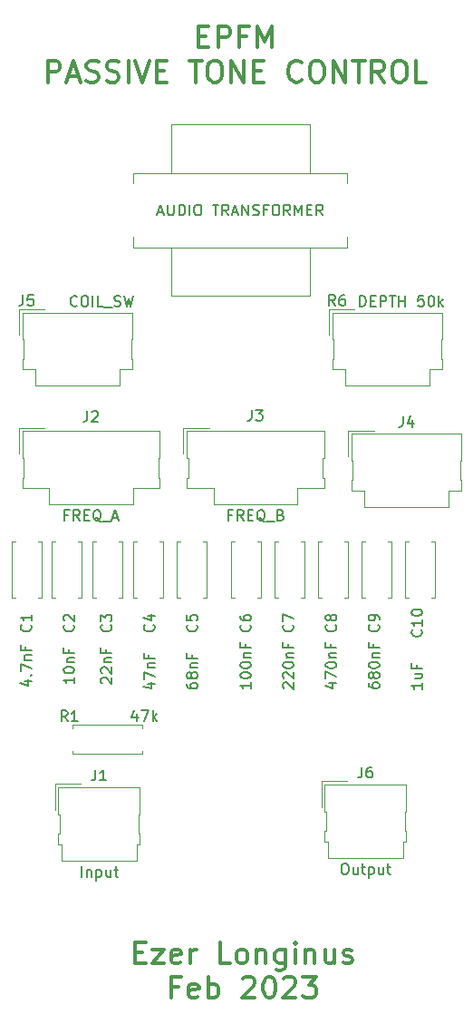
<source format=gbr>
%TF.GenerationSoftware,KiCad,Pcbnew,(6.0.7)*%
%TF.CreationDate,2023-02-23T21:55:11-05:00*%
%TF.ProjectId,PASS_TONE_CTRL,50415353-5f54-44f4-9e45-5f4354524c2e,rev?*%
%TF.SameCoordinates,Original*%
%TF.FileFunction,Legend,Top*%
%TF.FilePolarity,Positive*%
%FSLAX46Y46*%
G04 Gerber Fmt 4.6, Leading zero omitted, Abs format (unit mm)*
G04 Created by KiCad (PCBNEW (6.0.7)) date 2023-02-23 21:55:11*
%MOMM*%
%LPD*%
G01*
G04 APERTURE LIST*
%ADD10C,0.300000*%
%ADD11C,0.150000*%
%ADD12C,0.120000*%
G04 APERTURE END LIST*
D10*
X122071428Y-46747142D02*
X122738095Y-46747142D01*
X123023809Y-47794761D02*
X122071428Y-47794761D01*
X122071428Y-45794761D01*
X123023809Y-45794761D01*
X123880952Y-47794761D02*
X123880952Y-45794761D01*
X124642857Y-45794761D01*
X124833333Y-45890000D01*
X124928571Y-45985238D01*
X125023809Y-46175714D01*
X125023809Y-46461428D01*
X124928571Y-46651904D01*
X124833333Y-46747142D01*
X124642857Y-46842380D01*
X123880952Y-46842380D01*
X126547619Y-46747142D02*
X125880952Y-46747142D01*
X125880952Y-47794761D02*
X125880952Y-45794761D01*
X126833333Y-45794761D01*
X127595238Y-47794761D02*
X127595238Y-45794761D01*
X128261904Y-47223333D01*
X128928571Y-45794761D01*
X128928571Y-47794761D01*
X107976190Y-51014761D02*
X107976190Y-49014761D01*
X108738095Y-49014761D01*
X108928571Y-49110000D01*
X109023809Y-49205238D01*
X109119047Y-49395714D01*
X109119047Y-49681428D01*
X109023809Y-49871904D01*
X108928571Y-49967142D01*
X108738095Y-50062380D01*
X107976190Y-50062380D01*
X109880952Y-50443333D02*
X110833333Y-50443333D01*
X109690476Y-51014761D02*
X110357142Y-49014761D01*
X111023809Y-51014761D01*
X111595238Y-50919523D02*
X111880952Y-51014761D01*
X112357142Y-51014761D01*
X112547619Y-50919523D01*
X112642857Y-50824285D01*
X112738095Y-50633809D01*
X112738095Y-50443333D01*
X112642857Y-50252857D01*
X112547619Y-50157619D01*
X112357142Y-50062380D01*
X111976190Y-49967142D01*
X111785714Y-49871904D01*
X111690476Y-49776666D01*
X111595238Y-49586190D01*
X111595238Y-49395714D01*
X111690476Y-49205238D01*
X111785714Y-49110000D01*
X111976190Y-49014761D01*
X112452380Y-49014761D01*
X112738095Y-49110000D01*
X113500000Y-50919523D02*
X113785714Y-51014761D01*
X114261904Y-51014761D01*
X114452380Y-50919523D01*
X114547619Y-50824285D01*
X114642857Y-50633809D01*
X114642857Y-50443333D01*
X114547619Y-50252857D01*
X114452380Y-50157619D01*
X114261904Y-50062380D01*
X113880952Y-49967142D01*
X113690476Y-49871904D01*
X113595238Y-49776666D01*
X113500000Y-49586190D01*
X113500000Y-49395714D01*
X113595238Y-49205238D01*
X113690476Y-49110000D01*
X113880952Y-49014761D01*
X114357142Y-49014761D01*
X114642857Y-49110000D01*
X115500000Y-51014761D02*
X115500000Y-49014761D01*
X116166666Y-49014761D02*
X116833333Y-51014761D01*
X117500000Y-49014761D01*
X118166666Y-49967142D02*
X118833333Y-49967142D01*
X119119047Y-51014761D02*
X118166666Y-51014761D01*
X118166666Y-49014761D01*
X119119047Y-49014761D01*
X121214285Y-49014761D02*
X122357142Y-49014761D01*
X121785714Y-51014761D02*
X121785714Y-49014761D01*
X123404761Y-49014761D02*
X123785714Y-49014761D01*
X123976190Y-49110000D01*
X124166666Y-49300476D01*
X124261904Y-49681428D01*
X124261904Y-50348095D01*
X124166666Y-50729047D01*
X123976190Y-50919523D01*
X123785714Y-51014761D01*
X123404761Y-51014761D01*
X123214285Y-50919523D01*
X123023809Y-50729047D01*
X122928571Y-50348095D01*
X122928571Y-49681428D01*
X123023809Y-49300476D01*
X123214285Y-49110000D01*
X123404761Y-49014761D01*
X125119047Y-51014761D02*
X125119047Y-49014761D01*
X126261904Y-51014761D01*
X126261904Y-49014761D01*
X127214285Y-49967142D02*
X127880952Y-49967142D01*
X128166666Y-51014761D02*
X127214285Y-51014761D01*
X127214285Y-49014761D01*
X128166666Y-49014761D01*
X131690476Y-50824285D02*
X131595238Y-50919523D01*
X131309523Y-51014761D01*
X131119047Y-51014761D01*
X130833333Y-50919523D01*
X130642857Y-50729047D01*
X130547619Y-50538571D01*
X130452380Y-50157619D01*
X130452380Y-49871904D01*
X130547619Y-49490952D01*
X130642857Y-49300476D01*
X130833333Y-49110000D01*
X131119047Y-49014761D01*
X131309523Y-49014761D01*
X131595238Y-49110000D01*
X131690476Y-49205238D01*
X132928571Y-49014761D02*
X133309523Y-49014761D01*
X133500000Y-49110000D01*
X133690476Y-49300476D01*
X133785714Y-49681428D01*
X133785714Y-50348095D01*
X133690476Y-50729047D01*
X133500000Y-50919523D01*
X133309523Y-51014761D01*
X132928571Y-51014761D01*
X132738095Y-50919523D01*
X132547619Y-50729047D01*
X132452380Y-50348095D01*
X132452380Y-49681428D01*
X132547619Y-49300476D01*
X132738095Y-49110000D01*
X132928571Y-49014761D01*
X134642857Y-51014761D02*
X134642857Y-49014761D01*
X135785714Y-51014761D01*
X135785714Y-49014761D01*
X136452380Y-49014761D02*
X137595238Y-49014761D01*
X137023809Y-51014761D02*
X137023809Y-49014761D01*
X139404761Y-51014761D02*
X138738095Y-50062380D01*
X138261904Y-51014761D02*
X138261904Y-49014761D01*
X139023809Y-49014761D01*
X139214285Y-49110000D01*
X139309523Y-49205238D01*
X139404761Y-49395714D01*
X139404761Y-49681428D01*
X139309523Y-49871904D01*
X139214285Y-49967142D01*
X139023809Y-50062380D01*
X138261904Y-50062380D01*
X140642857Y-49014761D02*
X141023809Y-49014761D01*
X141214285Y-49110000D01*
X141404761Y-49300476D01*
X141500000Y-49681428D01*
X141500000Y-50348095D01*
X141404761Y-50729047D01*
X141214285Y-50919523D01*
X141023809Y-51014761D01*
X140642857Y-51014761D01*
X140452380Y-50919523D01*
X140261904Y-50729047D01*
X140166666Y-50348095D01*
X140166666Y-49681428D01*
X140261904Y-49300476D01*
X140452380Y-49110000D01*
X140642857Y-49014761D01*
X143309523Y-51014761D02*
X142357142Y-51014761D01*
X142357142Y-49014761D01*
X116154761Y-132247142D02*
X116821428Y-132247142D01*
X117107142Y-133294761D02*
X116154761Y-133294761D01*
X116154761Y-131294761D01*
X117107142Y-131294761D01*
X117773809Y-131961428D02*
X118821428Y-131961428D01*
X117773809Y-133294761D01*
X118821428Y-133294761D01*
X120345238Y-133199523D02*
X120154761Y-133294761D01*
X119773809Y-133294761D01*
X119583333Y-133199523D01*
X119488095Y-133009047D01*
X119488095Y-132247142D01*
X119583333Y-132056666D01*
X119773809Y-131961428D01*
X120154761Y-131961428D01*
X120345238Y-132056666D01*
X120440476Y-132247142D01*
X120440476Y-132437619D01*
X119488095Y-132628095D01*
X121297619Y-133294761D02*
X121297619Y-131961428D01*
X121297619Y-132342380D02*
X121392857Y-132151904D01*
X121488095Y-132056666D01*
X121678571Y-131961428D01*
X121869047Y-131961428D01*
X125011904Y-133294761D02*
X124059523Y-133294761D01*
X124059523Y-131294761D01*
X125964285Y-133294761D02*
X125773809Y-133199523D01*
X125678571Y-133104285D01*
X125583333Y-132913809D01*
X125583333Y-132342380D01*
X125678571Y-132151904D01*
X125773809Y-132056666D01*
X125964285Y-131961428D01*
X126250000Y-131961428D01*
X126440476Y-132056666D01*
X126535714Y-132151904D01*
X126630952Y-132342380D01*
X126630952Y-132913809D01*
X126535714Y-133104285D01*
X126440476Y-133199523D01*
X126250000Y-133294761D01*
X125964285Y-133294761D01*
X127488095Y-131961428D02*
X127488095Y-133294761D01*
X127488095Y-132151904D02*
X127583333Y-132056666D01*
X127773809Y-131961428D01*
X128059523Y-131961428D01*
X128250000Y-132056666D01*
X128345238Y-132247142D01*
X128345238Y-133294761D01*
X130154761Y-131961428D02*
X130154761Y-133580476D01*
X130059523Y-133770952D01*
X129964285Y-133866190D01*
X129773809Y-133961428D01*
X129488095Y-133961428D01*
X129297619Y-133866190D01*
X130154761Y-133199523D02*
X129964285Y-133294761D01*
X129583333Y-133294761D01*
X129392857Y-133199523D01*
X129297619Y-133104285D01*
X129202380Y-132913809D01*
X129202380Y-132342380D01*
X129297619Y-132151904D01*
X129392857Y-132056666D01*
X129583333Y-131961428D01*
X129964285Y-131961428D01*
X130154761Y-132056666D01*
X131107142Y-133294761D02*
X131107142Y-131961428D01*
X131107142Y-131294761D02*
X131011904Y-131390000D01*
X131107142Y-131485238D01*
X131202380Y-131390000D01*
X131107142Y-131294761D01*
X131107142Y-131485238D01*
X132059523Y-131961428D02*
X132059523Y-133294761D01*
X132059523Y-132151904D02*
X132154761Y-132056666D01*
X132345238Y-131961428D01*
X132630952Y-131961428D01*
X132821428Y-132056666D01*
X132916666Y-132247142D01*
X132916666Y-133294761D01*
X134726190Y-131961428D02*
X134726190Y-133294761D01*
X133869047Y-131961428D02*
X133869047Y-133009047D01*
X133964285Y-133199523D01*
X134154761Y-133294761D01*
X134440476Y-133294761D01*
X134630952Y-133199523D01*
X134726190Y-133104285D01*
X135583333Y-133199523D02*
X135773809Y-133294761D01*
X136154761Y-133294761D01*
X136345238Y-133199523D01*
X136440476Y-133009047D01*
X136440476Y-132913809D01*
X136345238Y-132723333D01*
X136154761Y-132628095D01*
X135869047Y-132628095D01*
X135678571Y-132532857D01*
X135583333Y-132342380D01*
X135583333Y-132247142D01*
X135678571Y-132056666D01*
X135869047Y-131961428D01*
X136154761Y-131961428D01*
X136345238Y-132056666D01*
X120202380Y-135467142D02*
X119535714Y-135467142D01*
X119535714Y-136514761D02*
X119535714Y-134514761D01*
X120488095Y-134514761D01*
X122011904Y-136419523D02*
X121821428Y-136514761D01*
X121440476Y-136514761D01*
X121250000Y-136419523D01*
X121154761Y-136229047D01*
X121154761Y-135467142D01*
X121250000Y-135276666D01*
X121440476Y-135181428D01*
X121821428Y-135181428D01*
X122011904Y-135276666D01*
X122107142Y-135467142D01*
X122107142Y-135657619D01*
X121154761Y-135848095D01*
X122964285Y-136514761D02*
X122964285Y-134514761D01*
X122964285Y-135276666D02*
X123154761Y-135181428D01*
X123535714Y-135181428D01*
X123726190Y-135276666D01*
X123821428Y-135371904D01*
X123916666Y-135562380D01*
X123916666Y-136133809D01*
X123821428Y-136324285D01*
X123726190Y-136419523D01*
X123535714Y-136514761D01*
X123154761Y-136514761D01*
X122964285Y-136419523D01*
X126202380Y-134705238D02*
X126297619Y-134610000D01*
X126488095Y-134514761D01*
X126964285Y-134514761D01*
X127154761Y-134610000D01*
X127250000Y-134705238D01*
X127345238Y-134895714D01*
X127345238Y-135086190D01*
X127250000Y-135371904D01*
X126107142Y-136514761D01*
X127345238Y-136514761D01*
X128583333Y-134514761D02*
X128773809Y-134514761D01*
X128964285Y-134610000D01*
X129059523Y-134705238D01*
X129154761Y-134895714D01*
X129250000Y-135276666D01*
X129250000Y-135752857D01*
X129154761Y-136133809D01*
X129059523Y-136324285D01*
X128964285Y-136419523D01*
X128773809Y-136514761D01*
X128583333Y-136514761D01*
X128392857Y-136419523D01*
X128297619Y-136324285D01*
X128202380Y-136133809D01*
X128107142Y-135752857D01*
X128107142Y-135276666D01*
X128202380Y-134895714D01*
X128297619Y-134705238D01*
X128392857Y-134610000D01*
X128583333Y-134514761D01*
X130011904Y-134705238D02*
X130107142Y-134610000D01*
X130297619Y-134514761D01*
X130773809Y-134514761D01*
X130964285Y-134610000D01*
X131059523Y-134705238D01*
X131154761Y-134895714D01*
X131154761Y-135086190D01*
X131059523Y-135371904D01*
X129916666Y-136514761D01*
X131154761Y-136514761D01*
X131821428Y-134514761D02*
X133059523Y-134514761D01*
X132392857Y-135276666D01*
X132678571Y-135276666D01*
X132869047Y-135371904D01*
X132964285Y-135467142D01*
X133059523Y-135657619D01*
X133059523Y-136133809D01*
X132964285Y-136324285D01*
X132869047Y-136419523D01*
X132678571Y-136514761D01*
X132107142Y-136514761D01*
X131916666Y-136419523D01*
X131821428Y-136324285D01*
D11*
%TO.C,R6*%
X134833333Y-71886380D02*
X134500000Y-71410190D01*
X134261904Y-71886380D02*
X134261904Y-70886380D01*
X134642857Y-70886380D01*
X134738095Y-70934000D01*
X134785714Y-70981619D01*
X134833333Y-71076857D01*
X134833333Y-71219714D01*
X134785714Y-71314952D01*
X134738095Y-71362571D01*
X134642857Y-71410190D01*
X134261904Y-71410190D01*
X135690476Y-70886380D02*
X135500000Y-70886380D01*
X135404761Y-70934000D01*
X135357142Y-70981619D01*
X135261904Y-71124476D01*
X135214285Y-71314952D01*
X135214285Y-71695904D01*
X135261904Y-71791142D01*
X135309523Y-71838761D01*
X135404761Y-71886380D01*
X135595238Y-71886380D01*
X135690476Y-71838761D01*
X135738095Y-71791142D01*
X135785714Y-71695904D01*
X135785714Y-71457809D01*
X135738095Y-71362571D01*
X135690476Y-71314952D01*
X135595238Y-71267333D01*
X135404761Y-71267333D01*
X135309523Y-71314952D01*
X135261904Y-71362571D01*
X135214285Y-71457809D01*
X137142857Y-71952380D02*
X137142857Y-70952380D01*
X137380952Y-70952380D01*
X137523809Y-71000000D01*
X137619047Y-71095238D01*
X137666666Y-71190476D01*
X137714285Y-71380952D01*
X137714285Y-71523809D01*
X137666666Y-71714285D01*
X137619047Y-71809523D01*
X137523809Y-71904761D01*
X137380952Y-71952380D01*
X137142857Y-71952380D01*
X138142857Y-71428571D02*
X138476190Y-71428571D01*
X138619047Y-71952380D02*
X138142857Y-71952380D01*
X138142857Y-70952380D01*
X138619047Y-70952380D01*
X139047619Y-71952380D02*
X139047619Y-70952380D01*
X139428571Y-70952380D01*
X139523809Y-71000000D01*
X139571428Y-71047619D01*
X139619047Y-71142857D01*
X139619047Y-71285714D01*
X139571428Y-71380952D01*
X139523809Y-71428571D01*
X139428571Y-71476190D01*
X139047619Y-71476190D01*
X139904761Y-70952380D02*
X140476190Y-70952380D01*
X140190476Y-71952380D02*
X140190476Y-70952380D01*
X140809523Y-71952380D02*
X140809523Y-70952380D01*
X140809523Y-71428571D02*
X141380952Y-71428571D01*
X141380952Y-71952380D02*
X141380952Y-70952380D01*
X143095238Y-70952380D02*
X142619047Y-70952380D01*
X142571428Y-71428571D01*
X142619047Y-71380952D01*
X142714285Y-71333333D01*
X142952380Y-71333333D01*
X143047619Y-71380952D01*
X143095238Y-71428571D01*
X143142857Y-71523809D01*
X143142857Y-71761904D01*
X143095238Y-71857142D01*
X143047619Y-71904761D01*
X142952380Y-71952380D01*
X142714285Y-71952380D01*
X142619047Y-71904761D01*
X142571428Y-71857142D01*
X143761904Y-70952380D02*
X143857142Y-70952380D01*
X143952380Y-71000000D01*
X144000000Y-71047619D01*
X144047619Y-71142857D01*
X144095238Y-71333333D01*
X144095238Y-71571428D01*
X144047619Y-71761904D01*
X144000000Y-71857142D01*
X143952380Y-71904761D01*
X143857142Y-71952380D01*
X143761904Y-71952380D01*
X143666666Y-71904761D01*
X143619047Y-71857142D01*
X143571428Y-71761904D01*
X143523809Y-71571428D01*
X143523809Y-71333333D01*
X143571428Y-71142857D01*
X143619047Y-71047619D01*
X143666666Y-71000000D01*
X143761904Y-70952380D01*
X144523809Y-71952380D02*
X144523809Y-70952380D01*
X144619047Y-71571428D02*
X144904761Y-71952380D01*
X144904761Y-71285714D02*
X144523809Y-71666666D01*
%TO.C,J5*%
X105666666Y-70886380D02*
X105666666Y-71600666D01*
X105619047Y-71743523D01*
X105523809Y-71838761D01*
X105380952Y-71886380D01*
X105285714Y-71886380D01*
X106619047Y-70886380D02*
X106142857Y-70886380D01*
X106095238Y-71362571D01*
X106142857Y-71314952D01*
X106238095Y-71267333D01*
X106476190Y-71267333D01*
X106571428Y-71314952D01*
X106619047Y-71362571D01*
X106666666Y-71457809D01*
X106666666Y-71695904D01*
X106619047Y-71791142D01*
X106571428Y-71838761D01*
X106476190Y-71886380D01*
X106238095Y-71886380D01*
X106142857Y-71838761D01*
X106095238Y-71791142D01*
X110714285Y-71857142D02*
X110666666Y-71904761D01*
X110523809Y-71952380D01*
X110428571Y-71952380D01*
X110285714Y-71904761D01*
X110190476Y-71809523D01*
X110142857Y-71714285D01*
X110095238Y-71523809D01*
X110095238Y-71380952D01*
X110142857Y-71190476D01*
X110190476Y-71095238D01*
X110285714Y-71000000D01*
X110428571Y-70952380D01*
X110523809Y-70952380D01*
X110666666Y-71000000D01*
X110714285Y-71047619D01*
X111333333Y-70952380D02*
X111523809Y-70952380D01*
X111619047Y-71000000D01*
X111714285Y-71095238D01*
X111761904Y-71285714D01*
X111761904Y-71619047D01*
X111714285Y-71809523D01*
X111619047Y-71904761D01*
X111523809Y-71952380D01*
X111333333Y-71952380D01*
X111238095Y-71904761D01*
X111142857Y-71809523D01*
X111095238Y-71619047D01*
X111095238Y-71285714D01*
X111142857Y-71095238D01*
X111238095Y-71000000D01*
X111333333Y-70952380D01*
X112190476Y-71952380D02*
X112190476Y-70952380D01*
X113142857Y-71952380D02*
X112666666Y-71952380D01*
X112666666Y-70952380D01*
X113238095Y-72047619D02*
X114000000Y-72047619D01*
X114190476Y-71904761D02*
X114333333Y-71952380D01*
X114571428Y-71952380D01*
X114666666Y-71904761D01*
X114714285Y-71857142D01*
X114761904Y-71761904D01*
X114761904Y-71666666D01*
X114714285Y-71571428D01*
X114666666Y-71523809D01*
X114571428Y-71476190D01*
X114380952Y-71428571D01*
X114285714Y-71380952D01*
X114238095Y-71333333D01*
X114190476Y-71238095D01*
X114190476Y-71142857D01*
X114238095Y-71047619D01*
X114285714Y-71000000D01*
X114380952Y-70952380D01*
X114619047Y-70952380D01*
X114761904Y-71000000D01*
X115095238Y-70952380D02*
X115333333Y-71952380D01*
X115523809Y-71238095D01*
X115714285Y-71952380D01*
X115952380Y-70952380D01*
%TO.C,C8*%
X134857142Y-101666666D02*
X134904761Y-101714285D01*
X134952380Y-101857142D01*
X134952380Y-101952380D01*
X134904761Y-102095238D01*
X134809523Y-102190476D01*
X134714285Y-102238095D01*
X134523809Y-102285714D01*
X134380952Y-102285714D01*
X134190476Y-102238095D01*
X134095238Y-102190476D01*
X134000000Y-102095238D01*
X133952380Y-101952380D01*
X133952380Y-101857142D01*
X134000000Y-101714285D01*
X134047619Y-101666666D01*
X134380952Y-101095238D02*
X134333333Y-101190476D01*
X134285714Y-101238095D01*
X134190476Y-101285714D01*
X134142857Y-101285714D01*
X134047619Y-101238095D01*
X134000000Y-101190476D01*
X133952380Y-101095238D01*
X133952380Y-100904761D01*
X134000000Y-100809523D01*
X134047619Y-100761904D01*
X134142857Y-100714285D01*
X134190476Y-100714285D01*
X134285714Y-100761904D01*
X134333333Y-100809523D01*
X134380952Y-100904761D01*
X134380952Y-101095238D01*
X134428571Y-101190476D01*
X134476190Y-101238095D01*
X134571428Y-101285714D01*
X134761904Y-101285714D01*
X134857142Y-101238095D01*
X134904761Y-101190476D01*
X134952380Y-101095238D01*
X134952380Y-100904761D01*
X134904761Y-100809523D01*
X134857142Y-100761904D01*
X134761904Y-100714285D01*
X134571428Y-100714285D01*
X134476190Y-100761904D01*
X134428571Y-100809523D01*
X134380952Y-100904761D01*
X134285714Y-107142857D02*
X134952380Y-107142857D01*
X133904761Y-107380952D02*
X134619047Y-107619047D01*
X134619047Y-107000000D01*
X133952380Y-106714285D02*
X133952380Y-106047619D01*
X134952380Y-106476190D01*
X133952380Y-105476190D02*
X133952380Y-105380952D01*
X134000000Y-105285714D01*
X134047619Y-105238095D01*
X134142857Y-105190476D01*
X134333333Y-105142857D01*
X134571428Y-105142857D01*
X134761904Y-105190476D01*
X134857142Y-105238095D01*
X134904761Y-105285714D01*
X134952380Y-105380952D01*
X134952380Y-105476190D01*
X134904761Y-105571428D01*
X134857142Y-105619047D01*
X134761904Y-105666666D01*
X134571428Y-105714285D01*
X134333333Y-105714285D01*
X134142857Y-105666666D01*
X134047619Y-105619047D01*
X134000000Y-105571428D01*
X133952380Y-105476190D01*
X134285714Y-104714285D02*
X134952380Y-104714285D01*
X134380952Y-104714285D02*
X134333333Y-104666666D01*
X134285714Y-104571428D01*
X134285714Y-104428571D01*
X134333333Y-104333333D01*
X134428571Y-104285714D01*
X134952380Y-104285714D01*
X134428571Y-103476190D02*
X134428571Y-103809523D01*
X134952380Y-103809523D02*
X133952380Y-103809523D01*
X133952380Y-103333333D01*
%TO.C,C7*%
X130857142Y-101666666D02*
X130904761Y-101714285D01*
X130952380Y-101857142D01*
X130952380Y-101952380D01*
X130904761Y-102095238D01*
X130809523Y-102190476D01*
X130714285Y-102238095D01*
X130523809Y-102285714D01*
X130380952Y-102285714D01*
X130190476Y-102238095D01*
X130095238Y-102190476D01*
X130000000Y-102095238D01*
X129952380Y-101952380D01*
X129952380Y-101857142D01*
X130000000Y-101714285D01*
X130047619Y-101666666D01*
X129952380Y-101333333D02*
X129952380Y-100666666D01*
X130952380Y-101095238D01*
X130047619Y-107619047D02*
X130000000Y-107571428D01*
X129952380Y-107476190D01*
X129952380Y-107238095D01*
X130000000Y-107142857D01*
X130047619Y-107095238D01*
X130142857Y-107047619D01*
X130238095Y-107047619D01*
X130380952Y-107095238D01*
X130952380Y-107666666D01*
X130952380Y-107047619D01*
X130047619Y-106666666D02*
X130000000Y-106619047D01*
X129952380Y-106523809D01*
X129952380Y-106285714D01*
X130000000Y-106190476D01*
X130047619Y-106142857D01*
X130142857Y-106095238D01*
X130238095Y-106095238D01*
X130380952Y-106142857D01*
X130952380Y-106714285D01*
X130952380Y-106095238D01*
X129952380Y-105476190D02*
X129952380Y-105380952D01*
X130000000Y-105285714D01*
X130047619Y-105238095D01*
X130142857Y-105190476D01*
X130333333Y-105142857D01*
X130571428Y-105142857D01*
X130761904Y-105190476D01*
X130857142Y-105238095D01*
X130904761Y-105285714D01*
X130952380Y-105380952D01*
X130952380Y-105476190D01*
X130904761Y-105571428D01*
X130857142Y-105619047D01*
X130761904Y-105666666D01*
X130571428Y-105714285D01*
X130333333Y-105714285D01*
X130142857Y-105666666D01*
X130047619Y-105619047D01*
X130000000Y-105571428D01*
X129952380Y-105476190D01*
X130285714Y-104714285D02*
X130952380Y-104714285D01*
X130380952Y-104714285D02*
X130333333Y-104666666D01*
X130285714Y-104571428D01*
X130285714Y-104428571D01*
X130333333Y-104333333D01*
X130428571Y-104285714D01*
X130952380Y-104285714D01*
X130428571Y-103476190D02*
X130428571Y-103809523D01*
X130952380Y-103809523D02*
X129952380Y-103809523D01*
X129952380Y-103333333D01*
%TO.C,C10*%
X142857142Y-102142857D02*
X142904761Y-102190476D01*
X142952380Y-102333333D01*
X142952380Y-102428571D01*
X142904761Y-102571428D01*
X142809523Y-102666666D01*
X142714285Y-102714285D01*
X142523809Y-102761904D01*
X142380952Y-102761904D01*
X142190476Y-102714285D01*
X142095238Y-102666666D01*
X142000000Y-102571428D01*
X141952380Y-102428571D01*
X141952380Y-102333333D01*
X142000000Y-102190476D01*
X142047619Y-102142857D01*
X142952380Y-101190476D02*
X142952380Y-101761904D01*
X142952380Y-101476190D02*
X141952380Y-101476190D01*
X142095238Y-101571428D01*
X142190476Y-101666666D01*
X142238095Y-101761904D01*
X141952380Y-100571428D02*
X141952380Y-100476190D01*
X142000000Y-100380952D01*
X142047619Y-100333333D01*
X142142857Y-100285714D01*
X142333333Y-100238095D01*
X142571428Y-100238095D01*
X142761904Y-100285714D01*
X142857142Y-100333333D01*
X142904761Y-100380952D01*
X142952380Y-100476190D01*
X142952380Y-100571428D01*
X142904761Y-100666666D01*
X142857142Y-100714285D01*
X142761904Y-100761904D01*
X142571428Y-100809523D01*
X142333333Y-100809523D01*
X142142857Y-100761904D01*
X142047619Y-100714285D01*
X142000000Y-100666666D01*
X141952380Y-100571428D01*
X142952380Y-107095238D02*
X142952380Y-107666666D01*
X142952380Y-107380952D02*
X141952380Y-107380952D01*
X142095238Y-107476190D01*
X142190476Y-107571428D01*
X142238095Y-107666666D01*
X142285714Y-106238095D02*
X142952380Y-106238095D01*
X142285714Y-106666666D02*
X142809523Y-106666666D01*
X142904761Y-106619047D01*
X142952380Y-106523809D01*
X142952380Y-106380952D01*
X142904761Y-106285714D01*
X142857142Y-106238095D01*
X142428571Y-105428571D02*
X142428571Y-105761904D01*
X142952380Y-105761904D02*
X141952380Y-105761904D01*
X141952380Y-105285714D01*
%TO.C,J1*%
X112442666Y-115206380D02*
X112442666Y-115920666D01*
X112395047Y-116063523D01*
X112299809Y-116158761D01*
X112156952Y-116206380D01*
X112061714Y-116206380D01*
X113442666Y-116206380D02*
X112871238Y-116206380D01*
X113156952Y-116206380D02*
X113156952Y-115206380D01*
X113061714Y-115349238D01*
X112966476Y-115444476D01*
X112871238Y-115492095D01*
X111133142Y-125206380D02*
X111133142Y-124206380D01*
X111609333Y-124539714D02*
X111609333Y-125206380D01*
X111609333Y-124634952D02*
X111656952Y-124587333D01*
X111752190Y-124539714D01*
X111895047Y-124539714D01*
X111990285Y-124587333D01*
X112037904Y-124682571D01*
X112037904Y-125206380D01*
X112514095Y-124539714D02*
X112514095Y-125539714D01*
X112514095Y-124587333D02*
X112609333Y-124539714D01*
X112799809Y-124539714D01*
X112895047Y-124587333D01*
X112942666Y-124634952D01*
X112990285Y-124730190D01*
X112990285Y-125015904D01*
X112942666Y-125111142D01*
X112895047Y-125158761D01*
X112799809Y-125206380D01*
X112609333Y-125206380D01*
X112514095Y-125158761D01*
X113847428Y-124539714D02*
X113847428Y-125206380D01*
X113418857Y-124539714D02*
X113418857Y-125063523D01*
X113466476Y-125158761D01*
X113561714Y-125206380D01*
X113704571Y-125206380D01*
X113799809Y-125158761D01*
X113847428Y-125111142D01*
X114180761Y-124539714D02*
X114561714Y-124539714D01*
X114323619Y-124206380D02*
X114323619Y-125063523D01*
X114371238Y-125158761D01*
X114466476Y-125206380D01*
X114561714Y-125206380D01*
%TO.C,R1*%
X109833333Y-110676380D02*
X109500000Y-110200190D01*
X109261904Y-110676380D02*
X109261904Y-109676380D01*
X109642857Y-109676380D01*
X109738095Y-109724000D01*
X109785714Y-109771619D01*
X109833333Y-109866857D01*
X109833333Y-110009714D01*
X109785714Y-110104952D01*
X109738095Y-110152571D01*
X109642857Y-110200190D01*
X109261904Y-110200190D01*
X110785714Y-110676380D02*
X110214285Y-110676380D01*
X110500000Y-110676380D02*
X110500000Y-109676380D01*
X110404761Y-109819238D01*
X110309523Y-109914476D01*
X110214285Y-109962095D01*
X116309523Y-110009714D02*
X116309523Y-110676380D01*
X116071428Y-109628761D02*
X115833333Y-110343047D01*
X116452380Y-110343047D01*
X116738095Y-109676380D02*
X117404761Y-109676380D01*
X116976190Y-110676380D01*
X117785714Y-110676380D02*
X117785714Y-109676380D01*
X117880952Y-110295428D02*
X118166666Y-110676380D01*
X118166666Y-110009714D02*
X117785714Y-110390666D01*
%TO.C,C1*%
X106357142Y-101666666D02*
X106404761Y-101714285D01*
X106452380Y-101857142D01*
X106452380Y-101952380D01*
X106404761Y-102095238D01*
X106309523Y-102190476D01*
X106214285Y-102238095D01*
X106023809Y-102285714D01*
X105880952Y-102285714D01*
X105690476Y-102238095D01*
X105595238Y-102190476D01*
X105500000Y-102095238D01*
X105452380Y-101952380D01*
X105452380Y-101857142D01*
X105500000Y-101714285D01*
X105547619Y-101666666D01*
X106452380Y-100714285D02*
X106452380Y-101285714D01*
X106452380Y-101000000D02*
X105452380Y-101000000D01*
X105595238Y-101095238D01*
X105690476Y-101190476D01*
X105738095Y-101285714D01*
X105785714Y-106904761D02*
X106452380Y-106904761D01*
X105404761Y-107142857D02*
X106119047Y-107380952D01*
X106119047Y-106761904D01*
X106357142Y-106380952D02*
X106404761Y-106333333D01*
X106452380Y-106380952D01*
X106404761Y-106428571D01*
X106357142Y-106380952D01*
X106452380Y-106380952D01*
X105452380Y-106000000D02*
X105452380Y-105333333D01*
X106452380Y-105761904D01*
X105785714Y-104952380D02*
X106452380Y-104952380D01*
X105880952Y-104952380D02*
X105833333Y-104904761D01*
X105785714Y-104809523D01*
X105785714Y-104666666D01*
X105833333Y-104571428D01*
X105928571Y-104523809D01*
X106452380Y-104523809D01*
X105928571Y-103714285D02*
X105928571Y-104047619D01*
X106452380Y-104047619D02*
X105452380Y-104047619D01*
X105452380Y-103571428D01*
%TO.C,AUDIO TRANSFORMER*%
X118293523Y-63166666D02*
X118769714Y-63166666D01*
X118198285Y-63452380D02*
X118531619Y-62452380D01*
X118864952Y-63452380D01*
X119198285Y-62452380D02*
X119198285Y-63261904D01*
X119245904Y-63357142D01*
X119293523Y-63404761D01*
X119388761Y-63452380D01*
X119579238Y-63452380D01*
X119674476Y-63404761D01*
X119722095Y-63357142D01*
X119769714Y-63261904D01*
X119769714Y-62452380D01*
X120245904Y-63452380D02*
X120245904Y-62452380D01*
X120484000Y-62452380D01*
X120626857Y-62500000D01*
X120722095Y-62595238D01*
X120769714Y-62690476D01*
X120817333Y-62880952D01*
X120817333Y-63023809D01*
X120769714Y-63214285D01*
X120722095Y-63309523D01*
X120626857Y-63404761D01*
X120484000Y-63452380D01*
X120245904Y-63452380D01*
X121245904Y-63452380D02*
X121245904Y-62452380D01*
X121912571Y-62452380D02*
X122103047Y-62452380D01*
X122198285Y-62500000D01*
X122293523Y-62595238D01*
X122341142Y-62785714D01*
X122341142Y-63119047D01*
X122293523Y-63309523D01*
X122198285Y-63404761D01*
X122103047Y-63452380D01*
X121912571Y-63452380D01*
X121817333Y-63404761D01*
X121722095Y-63309523D01*
X121674476Y-63119047D01*
X121674476Y-62785714D01*
X121722095Y-62595238D01*
X121817333Y-62500000D01*
X121912571Y-62452380D01*
X123388761Y-62452380D02*
X123960190Y-62452380D01*
X123674476Y-63452380D02*
X123674476Y-62452380D01*
X124864952Y-63452380D02*
X124531619Y-62976190D01*
X124293523Y-63452380D02*
X124293523Y-62452380D01*
X124674476Y-62452380D01*
X124769714Y-62500000D01*
X124817333Y-62547619D01*
X124864952Y-62642857D01*
X124864952Y-62785714D01*
X124817333Y-62880952D01*
X124769714Y-62928571D01*
X124674476Y-62976190D01*
X124293523Y-62976190D01*
X125245904Y-63166666D02*
X125722095Y-63166666D01*
X125150666Y-63452380D02*
X125484000Y-62452380D01*
X125817333Y-63452380D01*
X126150666Y-63452380D02*
X126150666Y-62452380D01*
X126722095Y-63452380D01*
X126722095Y-62452380D01*
X127150666Y-63404761D02*
X127293523Y-63452380D01*
X127531619Y-63452380D01*
X127626857Y-63404761D01*
X127674476Y-63357142D01*
X127722095Y-63261904D01*
X127722095Y-63166666D01*
X127674476Y-63071428D01*
X127626857Y-63023809D01*
X127531619Y-62976190D01*
X127341142Y-62928571D01*
X127245904Y-62880952D01*
X127198285Y-62833333D01*
X127150666Y-62738095D01*
X127150666Y-62642857D01*
X127198285Y-62547619D01*
X127245904Y-62500000D01*
X127341142Y-62452380D01*
X127579238Y-62452380D01*
X127722095Y-62500000D01*
X128483999Y-62928571D02*
X128150666Y-62928571D01*
X128150666Y-63452380D02*
X128150666Y-62452380D01*
X128626857Y-62452380D01*
X129198285Y-62452380D02*
X129388761Y-62452380D01*
X129483999Y-62500000D01*
X129579238Y-62595238D01*
X129626857Y-62785714D01*
X129626857Y-63119047D01*
X129579238Y-63309523D01*
X129483999Y-63404761D01*
X129388761Y-63452380D01*
X129198285Y-63452380D01*
X129103047Y-63404761D01*
X129007809Y-63309523D01*
X128960190Y-63119047D01*
X128960190Y-62785714D01*
X129007809Y-62595238D01*
X129103047Y-62500000D01*
X129198285Y-62452380D01*
X130626857Y-63452380D02*
X130293523Y-62976190D01*
X130055428Y-63452380D02*
X130055428Y-62452380D01*
X130436380Y-62452380D01*
X130531619Y-62500000D01*
X130579238Y-62547619D01*
X130626857Y-62642857D01*
X130626857Y-62785714D01*
X130579238Y-62880952D01*
X130531619Y-62928571D01*
X130436380Y-62976190D01*
X130055428Y-62976190D01*
X131055428Y-63452380D02*
X131055428Y-62452380D01*
X131388761Y-63166666D01*
X131722095Y-62452380D01*
X131722095Y-63452380D01*
X132198285Y-62928571D02*
X132531619Y-62928571D01*
X132674476Y-63452380D02*
X132198285Y-63452380D01*
X132198285Y-62452380D01*
X132674476Y-62452380D01*
X133674476Y-63452380D02*
X133341142Y-62976190D01*
X133103047Y-63452380D02*
X133103047Y-62452380D01*
X133483999Y-62452380D01*
X133579238Y-62500000D01*
X133626857Y-62547619D01*
X133674476Y-62642857D01*
X133674476Y-62785714D01*
X133626857Y-62880952D01*
X133579238Y-62928571D01*
X133483999Y-62976190D01*
X133103047Y-62976190D01*
%TO.C,J2*%
X111666666Y-81725380D02*
X111666666Y-82439666D01*
X111619047Y-82582523D01*
X111523809Y-82677761D01*
X111380952Y-82725380D01*
X111285714Y-82725380D01*
X112095238Y-81820619D02*
X112142857Y-81773000D01*
X112238095Y-81725380D01*
X112476190Y-81725380D01*
X112571428Y-81773000D01*
X112619047Y-81820619D01*
X112666666Y-81915857D01*
X112666666Y-82011095D01*
X112619047Y-82153952D01*
X112047619Y-82725380D01*
X112666666Y-82725380D01*
X109870142Y-91428571D02*
X109536809Y-91428571D01*
X109536809Y-91952380D02*
X109536809Y-90952380D01*
X110013000Y-90952380D01*
X110965380Y-91952380D02*
X110632047Y-91476190D01*
X110393952Y-91952380D02*
X110393952Y-90952380D01*
X110774904Y-90952380D01*
X110870142Y-91000000D01*
X110917761Y-91047619D01*
X110965380Y-91142857D01*
X110965380Y-91285714D01*
X110917761Y-91380952D01*
X110870142Y-91428571D01*
X110774904Y-91476190D01*
X110393952Y-91476190D01*
X111393952Y-91428571D02*
X111727285Y-91428571D01*
X111870142Y-91952380D02*
X111393952Y-91952380D01*
X111393952Y-90952380D01*
X111870142Y-90952380D01*
X112965380Y-92047619D02*
X112870142Y-92000000D01*
X112774904Y-91904761D01*
X112632047Y-91761904D01*
X112536809Y-91714285D01*
X112441571Y-91714285D01*
X112489190Y-91952380D02*
X112393952Y-91904761D01*
X112298714Y-91809523D01*
X112251095Y-91619047D01*
X112251095Y-91285714D01*
X112298714Y-91095238D01*
X112393952Y-91000000D01*
X112489190Y-90952380D01*
X112679666Y-90952380D01*
X112774904Y-91000000D01*
X112870142Y-91095238D01*
X112917761Y-91285714D01*
X112917761Y-91619047D01*
X112870142Y-91809523D01*
X112774904Y-91904761D01*
X112679666Y-91952380D01*
X112489190Y-91952380D01*
X113108238Y-92047619D02*
X113870142Y-92047619D01*
X114060619Y-91666666D02*
X114536809Y-91666666D01*
X113965380Y-91952380D02*
X114298714Y-90952380D01*
X114632047Y-91952380D01*
%TO.C,J4*%
X141166666Y-82202380D02*
X141166666Y-82916666D01*
X141119047Y-83059523D01*
X141023809Y-83154761D01*
X140880952Y-83202380D01*
X140785714Y-83202380D01*
X142071428Y-82535714D02*
X142071428Y-83202380D01*
X141833333Y-82154761D02*
X141595238Y-82869047D01*
X142214285Y-82869047D01*
%TO.C,C5*%
X121857142Y-101666666D02*
X121904761Y-101714285D01*
X121952380Y-101857142D01*
X121952380Y-101952380D01*
X121904761Y-102095238D01*
X121809523Y-102190476D01*
X121714285Y-102238095D01*
X121523809Y-102285714D01*
X121380952Y-102285714D01*
X121190476Y-102238095D01*
X121095238Y-102190476D01*
X121000000Y-102095238D01*
X120952380Y-101952380D01*
X120952380Y-101857142D01*
X121000000Y-101714285D01*
X121047619Y-101666666D01*
X120952380Y-100761904D02*
X120952380Y-101238095D01*
X121428571Y-101285714D01*
X121380952Y-101238095D01*
X121333333Y-101142857D01*
X121333333Y-100904761D01*
X121380952Y-100809523D01*
X121428571Y-100761904D01*
X121523809Y-100714285D01*
X121761904Y-100714285D01*
X121857142Y-100761904D01*
X121904761Y-100809523D01*
X121952380Y-100904761D01*
X121952380Y-101142857D01*
X121904761Y-101238095D01*
X121857142Y-101285714D01*
X120952380Y-107166666D02*
X120952380Y-107357142D01*
X121000000Y-107452380D01*
X121047619Y-107500000D01*
X121190476Y-107595238D01*
X121380952Y-107642857D01*
X121761904Y-107642857D01*
X121857142Y-107595238D01*
X121904761Y-107547619D01*
X121952380Y-107452380D01*
X121952380Y-107261904D01*
X121904761Y-107166666D01*
X121857142Y-107119047D01*
X121761904Y-107071428D01*
X121523809Y-107071428D01*
X121428571Y-107119047D01*
X121380952Y-107166666D01*
X121333333Y-107261904D01*
X121333333Y-107452380D01*
X121380952Y-107547619D01*
X121428571Y-107595238D01*
X121523809Y-107642857D01*
X121380952Y-106500000D02*
X121333333Y-106595238D01*
X121285714Y-106642857D01*
X121190476Y-106690476D01*
X121142857Y-106690476D01*
X121047619Y-106642857D01*
X121000000Y-106595238D01*
X120952380Y-106500000D01*
X120952380Y-106309523D01*
X121000000Y-106214285D01*
X121047619Y-106166666D01*
X121142857Y-106119047D01*
X121190476Y-106119047D01*
X121285714Y-106166666D01*
X121333333Y-106214285D01*
X121380952Y-106309523D01*
X121380952Y-106500000D01*
X121428571Y-106595238D01*
X121476190Y-106642857D01*
X121571428Y-106690476D01*
X121761904Y-106690476D01*
X121857142Y-106642857D01*
X121904761Y-106595238D01*
X121952380Y-106500000D01*
X121952380Y-106309523D01*
X121904761Y-106214285D01*
X121857142Y-106166666D01*
X121761904Y-106119047D01*
X121571428Y-106119047D01*
X121476190Y-106166666D01*
X121428571Y-106214285D01*
X121380952Y-106309523D01*
X121285714Y-105690476D02*
X121952380Y-105690476D01*
X121380952Y-105690476D02*
X121333333Y-105642857D01*
X121285714Y-105547619D01*
X121285714Y-105404761D01*
X121333333Y-105309523D01*
X121428571Y-105261904D01*
X121952380Y-105261904D01*
X121428571Y-104452380D02*
X121428571Y-104785714D01*
X121952380Y-104785714D02*
X120952380Y-104785714D01*
X120952380Y-104309523D01*
%TO.C,C4*%
X117857142Y-101666666D02*
X117904761Y-101714285D01*
X117952380Y-101857142D01*
X117952380Y-101952380D01*
X117904761Y-102095238D01*
X117809523Y-102190476D01*
X117714285Y-102238095D01*
X117523809Y-102285714D01*
X117380952Y-102285714D01*
X117190476Y-102238095D01*
X117095238Y-102190476D01*
X117000000Y-102095238D01*
X116952380Y-101952380D01*
X116952380Y-101857142D01*
X117000000Y-101714285D01*
X117047619Y-101666666D01*
X117285714Y-100809523D02*
X117952380Y-100809523D01*
X116904761Y-101047619D02*
X117619047Y-101285714D01*
X117619047Y-100666666D01*
X117285714Y-107166666D02*
X117952380Y-107166666D01*
X116904761Y-107404761D02*
X117619047Y-107642857D01*
X117619047Y-107023809D01*
X116952380Y-106738095D02*
X116952380Y-106071428D01*
X117952380Y-106500000D01*
X117285714Y-105690476D02*
X117952380Y-105690476D01*
X117380952Y-105690476D02*
X117333333Y-105642857D01*
X117285714Y-105547619D01*
X117285714Y-105404761D01*
X117333333Y-105309523D01*
X117428571Y-105261904D01*
X117952380Y-105261904D01*
X117428571Y-104452380D02*
X117428571Y-104785714D01*
X117952380Y-104785714D02*
X116952380Y-104785714D01*
X116952380Y-104309523D01*
%TO.C,C6*%
X126857142Y-101666666D02*
X126904761Y-101714285D01*
X126952380Y-101857142D01*
X126952380Y-101952380D01*
X126904761Y-102095238D01*
X126809523Y-102190476D01*
X126714285Y-102238095D01*
X126523809Y-102285714D01*
X126380952Y-102285714D01*
X126190476Y-102238095D01*
X126095238Y-102190476D01*
X126000000Y-102095238D01*
X125952380Y-101952380D01*
X125952380Y-101857142D01*
X126000000Y-101714285D01*
X126047619Y-101666666D01*
X125952380Y-100809523D02*
X125952380Y-101000000D01*
X126000000Y-101095238D01*
X126047619Y-101142857D01*
X126190476Y-101238095D01*
X126380952Y-101285714D01*
X126761904Y-101285714D01*
X126857142Y-101238095D01*
X126904761Y-101190476D01*
X126952380Y-101095238D01*
X126952380Y-100904761D01*
X126904761Y-100809523D01*
X126857142Y-100761904D01*
X126761904Y-100714285D01*
X126523809Y-100714285D01*
X126428571Y-100761904D01*
X126380952Y-100809523D01*
X126333333Y-100904761D01*
X126333333Y-101095238D01*
X126380952Y-101190476D01*
X126428571Y-101238095D01*
X126523809Y-101285714D01*
X126952380Y-107047619D02*
X126952380Y-107619047D01*
X126952380Y-107333333D02*
X125952380Y-107333333D01*
X126095238Y-107428571D01*
X126190476Y-107523809D01*
X126238095Y-107619047D01*
X125952380Y-106428571D02*
X125952380Y-106333333D01*
X126000000Y-106238095D01*
X126047619Y-106190476D01*
X126142857Y-106142857D01*
X126333333Y-106095238D01*
X126571428Y-106095238D01*
X126761904Y-106142857D01*
X126857142Y-106190476D01*
X126904761Y-106238095D01*
X126952380Y-106333333D01*
X126952380Y-106428571D01*
X126904761Y-106523809D01*
X126857142Y-106571428D01*
X126761904Y-106619047D01*
X126571428Y-106666666D01*
X126333333Y-106666666D01*
X126142857Y-106619047D01*
X126047619Y-106571428D01*
X126000000Y-106523809D01*
X125952380Y-106428571D01*
X125952380Y-105476190D02*
X125952380Y-105380952D01*
X126000000Y-105285714D01*
X126047619Y-105238095D01*
X126142857Y-105190476D01*
X126333333Y-105142857D01*
X126571428Y-105142857D01*
X126761904Y-105190476D01*
X126857142Y-105238095D01*
X126904761Y-105285714D01*
X126952380Y-105380952D01*
X126952380Y-105476190D01*
X126904761Y-105571428D01*
X126857142Y-105619047D01*
X126761904Y-105666666D01*
X126571428Y-105714285D01*
X126333333Y-105714285D01*
X126142857Y-105666666D01*
X126047619Y-105619047D01*
X126000000Y-105571428D01*
X125952380Y-105476190D01*
X126285714Y-104714285D02*
X126952380Y-104714285D01*
X126380952Y-104714285D02*
X126333333Y-104666666D01*
X126285714Y-104571428D01*
X126285714Y-104428571D01*
X126333333Y-104333333D01*
X126428571Y-104285714D01*
X126952380Y-104285714D01*
X126428571Y-103476190D02*
X126428571Y-103809523D01*
X126952380Y-103809523D02*
X125952380Y-103809523D01*
X125952380Y-103333333D01*
%TO.C,C3*%
X113857142Y-101666666D02*
X113904761Y-101714285D01*
X113952380Y-101857142D01*
X113952380Y-101952380D01*
X113904761Y-102095238D01*
X113809523Y-102190476D01*
X113714285Y-102238095D01*
X113523809Y-102285714D01*
X113380952Y-102285714D01*
X113190476Y-102238095D01*
X113095238Y-102190476D01*
X113000000Y-102095238D01*
X112952380Y-101952380D01*
X112952380Y-101857142D01*
X113000000Y-101714285D01*
X113047619Y-101666666D01*
X112952380Y-101333333D02*
X112952380Y-100714285D01*
X113333333Y-101047619D01*
X113333333Y-100904761D01*
X113380952Y-100809523D01*
X113428571Y-100761904D01*
X113523809Y-100714285D01*
X113761904Y-100714285D01*
X113857142Y-100761904D01*
X113904761Y-100809523D01*
X113952380Y-100904761D01*
X113952380Y-101190476D01*
X113904761Y-101285714D01*
X113857142Y-101333333D01*
X113047619Y-107142857D02*
X113000000Y-107095238D01*
X112952380Y-107000000D01*
X112952380Y-106761904D01*
X113000000Y-106666666D01*
X113047619Y-106619047D01*
X113142857Y-106571428D01*
X113238095Y-106571428D01*
X113380952Y-106619047D01*
X113952380Y-107190476D01*
X113952380Y-106571428D01*
X113047619Y-106190476D02*
X113000000Y-106142857D01*
X112952380Y-106047619D01*
X112952380Y-105809523D01*
X113000000Y-105714285D01*
X113047619Y-105666666D01*
X113142857Y-105619047D01*
X113238095Y-105619047D01*
X113380952Y-105666666D01*
X113952380Y-106238095D01*
X113952380Y-105619047D01*
X113285714Y-105190476D02*
X113952380Y-105190476D01*
X113380952Y-105190476D02*
X113333333Y-105142857D01*
X113285714Y-105047619D01*
X113285714Y-104904761D01*
X113333333Y-104809523D01*
X113428571Y-104761904D01*
X113952380Y-104761904D01*
X113428571Y-103952380D02*
X113428571Y-104285714D01*
X113952380Y-104285714D02*
X112952380Y-104285714D01*
X112952380Y-103809523D01*
%TO.C,J6*%
X137334666Y-114952380D02*
X137334666Y-115666666D01*
X137287047Y-115809523D01*
X137191809Y-115904761D01*
X137048952Y-115952380D01*
X136953714Y-115952380D01*
X138239428Y-114952380D02*
X138048952Y-114952380D01*
X137953714Y-115000000D01*
X137906095Y-115047619D01*
X137810857Y-115190476D01*
X137763238Y-115380952D01*
X137763238Y-115761904D01*
X137810857Y-115857142D01*
X137858476Y-115904761D01*
X137953714Y-115952380D01*
X138144190Y-115952380D01*
X138239428Y-115904761D01*
X138287047Y-115857142D01*
X138334666Y-115761904D01*
X138334666Y-115523809D01*
X138287047Y-115428571D01*
X138239428Y-115380952D01*
X138144190Y-115333333D01*
X137953714Y-115333333D01*
X137858476Y-115380952D01*
X137810857Y-115428571D01*
X137763238Y-115523809D01*
X135644190Y-123952380D02*
X135834666Y-123952380D01*
X135929904Y-124000000D01*
X136025142Y-124095238D01*
X136072761Y-124285714D01*
X136072761Y-124619047D01*
X136025142Y-124809523D01*
X135929904Y-124904761D01*
X135834666Y-124952380D01*
X135644190Y-124952380D01*
X135548952Y-124904761D01*
X135453714Y-124809523D01*
X135406095Y-124619047D01*
X135406095Y-124285714D01*
X135453714Y-124095238D01*
X135548952Y-124000000D01*
X135644190Y-123952380D01*
X136929904Y-124285714D02*
X136929904Y-124952380D01*
X136501333Y-124285714D02*
X136501333Y-124809523D01*
X136548952Y-124904761D01*
X136644190Y-124952380D01*
X136787047Y-124952380D01*
X136882285Y-124904761D01*
X136929904Y-124857142D01*
X137263238Y-124285714D02*
X137644190Y-124285714D01*
X137406095Y-123952380D02*
X137406095Y-124809523D01*
X137453714Y-124904761D01*
X137548952Y-124952380D01*
X137644190Y-124952380D01*
X137977523Y-124285714D02*
X137977523Y-125285714D01*
X137977523Y-124333333D02*
X138072761Y-124285714D01*
X138263238Y-124285714D01*
X138358476Y-124333333D01*
X138406095Y-124380952D01*
X138453714Y-124476190D01*
X138453714Y-124761904D01*
X138406095Y-124857142D01*
X138358476Y-124904761D01*
X138263238Y-124952380D01*
X138072761Y-124952380D01*
X137977523Y-124904761D01*
X139310857Y-124285714D02*
X139310857Y-124952380D01*
X138882285Y-124285714D02*
X138882285Y-124809523D01*
X138929904Y-124904761D01*
X139025142Y-124952380D01*
X139168000Y-124952380D01*
X139263238Y-124904761D01*
X139310857Y-124857142D01*
X139644190Y-124285714D02*
X140025142Y-124285714D01*
X139787047Y-123952380D02*
X139787047Y-124809523D01*
X139834666Y-124904761D01*
X139929904Y-124952380D01*
X140025142Y-124952380D01*
%TO.C,C9*%
X138857142Y-101666666D02*
X138904761Y-101714285D01*
X138952380Y-101857142D01*
X138952380Y-101952380D01*
X138904761Y-102095238D01*
X138809523Y-102190476D01*
X138714285Y-102238095D01*
X138523809Y-102285714D01*
X138380952Y-102285714D01*
X138190476Y-102238095D01*
X138095238Y-102190476D01*
X138000000Y-102095238D01*
X137952380Y-101952380D01*
X137952380Y-101857142D01*
X138000000Y-101714285D01*
X138047619Y-101666666D01*
X138952380Y-101190476D02*
X138952380Y-101000000D01*
X138904761Y-100904761D01*
X138857142Y-100857142D01*
X138714285Y-100761904D01*
X138523809Y-100714285D01*
X138142857Y-100714285D01*
X138047619Y-100761904D01*
X138000000Y-100809523D01*
X137952380Y-100904761D01*
X137952380Y-101095238D01*
X138000000Y-101190476D01*
X138047619Y-101238095D01*
X138142857Y-101285714D01*
X138380952Y-101285714D01*
X138476190Y-101238095D01*
X138523809Y-101190476D01*
X138571428Y-101095238D01*
X138571428Y-100904761D01*
X138523809Y-100809523D01*
X138476190Y-100761904D01*
X138380952Y-100714285D01*
X137952380Y-107142857D02*
X137952380Y-107333333D01*
X138000000Y-107428571D01*
X138047619Y-107476190D01*
X138190476Y-107571428D01*
X138380952Y-107619047D01*
X138761904Y-107619047D01*
X138857142Y-107571428D01*
X138904761Y-107523809D01*
X138952380Y-107428571D01*
X138952380Y-107238095D01*
X138904761Y-107142857D01*
X138857142Y-107095238D01*
X138761904Y-107047619D01*
X138523809Y-107047619D01*
X138428571Y-107095238D01*
X138380952Y-107142857D01*
X138333333Y-107238095D01*
X138333333Y-107428571D01*
X138380952Y-107523809D01*
X138428571Y-107571428D01*
X138523809Y-107619047D01*
X138380952Y-106476190D02*
X138333333Y-106571428D01*
X138285714Y-106619047D01*
X138190476Y-106666666D01*
X138142857Y-106666666D01*
X138047619Y-106619047D01*
X138000000Y-106571428D01*
X137952380Y-106476190D01*
X137952380Y-106285714D01*
X138000000Y-106190476D01*
X138047619Y-106142857D01*
X138142857Y-106095238D01*
X138190476Y-106095238D01*
X138285714Y-106142857D01*
X138333333Y-106190476D01*
X138380952Y-106285714D01*
X138380952Y-106476190D01*
X138428571Y-106571428D01*
X138476190Y-106619047D01*
X138571428Y-106666666D01*
X138761904Y-106666666D01*
X138857142Y-106619047D01*
X138904761Y-106571428D01*
X138952380Y-106476190D01*
X138952380Y-106285714D01*
X138904761Y-106190476D01*
X138857142Y-106142857D01*
X138761904Y-106095238D01*
X138571428Y-106095238D01*
X138476190Y-106142857D01*
X138428571Y-106190476D01*
X138380952Y-106285714D01*
X137952380Y-105476190D02*
X137952380Y-105380952D01*
X138000000Y-105285714D01*
X138047619Y-105238095D01*
X138142857Y-105190476D01*
X138333333Y-105142857D01*
X138571428Y-105142857D01*
X138761904Y-105190476D01*
X138857142Y-105238095D01*
X138904761Y-105285714D01*
X138952380Y-105380952D01*
X138952380Y-105476190D01*
X138904761Y-105571428D01*
X138857142Y-105619047D01*
X138761904Y-105666666D01*
X138571428Y-105714285D01*
X138333333Y-105714285D01*
X138142857Y-105666666D01*
X138047619Y-105619047D01*
X138000000Y-105571428D01*
X137952380Y-105476190D01*
X138285714Y-104714285D02*
X138952380Y-104714285D01*
X138380952Y-104714285D02*
X138333333Y-104666666D01*
X138285714Y-104571428D01*
X138285714Y-104428571D01*
X138333333Y-104333333D01*
X138428571Y-104285714D01*
X138952380Y-104285714D01*
X138428571Y-103476190D02*
X138428571Y-103809523D01*
X138952380Y-103809523D02*
X137952380Y-103809523D01*
X137952380Y-103333333D01*
%TO.C,C2*%
X110357142Y-101666666D02*
X110404761Y-101714285D01*
X110452380Y-101857142D01*
X110452380Y-101952380D01*
X110404761Y-102095238D01*
X110309523Y-102190476D01*
X110214285Y-102238095D01*
X110023809Y-102285714D01*
X109880952Y-102285714D01*
X109690476Y-102238095D01*
X109595238Y-102190476D01*
X109500000Y-102095238D01*
X109452380Y-101952380D01*
X109452380Y-101857142D01*
X109500000Y-101714285D01*
X109547619Y-101666666D01*
X109547619Y-101285714D02*
X109500000Y-101238095D01*
X109452380Y-101142857D01*
X109452380Y-100904761D01*
X109500000Y-100809523D01*
X109547619Y-100761904D01*
X109642857Y-100714285D01*
X109738095Y-100714285D01*
X109880952Y-100761904D01*
X110452380Y-101333333D01*
X110452380Y-100714285D01*
X110452380Y-106571428D02*
X110452380Y-107142857D01*
X110452380Y-106857142D02*
X109452380Y-106857142D01*
X109595238Y-106952380D01*
X109690476Y-107047619D01*
X109738095Y-107142857D01*
X109452380Y-105952380D02*
X109452380Y-105857142D01*
X109500000Y-105761904D01*
X109547619Y-105714285D01*
X109642857Y-105666666D01*
X109833333Y-105619047D01*
X110071428Y-105619047D01*
X110261904Y-105666666D01*
X110357142Y-105714285D01*
X110404761Y-105761904D01*
X110452380Y-105857142D01*
X110452380Y-105952380D01*
X110404761Y-106047619D01*
X110357142Y-106095238D01*
X110261904Y-106142857D01*
X110071428Y-106190476D01*
X109833333Y-106190476D01*
X109642857Y-106142857D01*
X109547619Y-106095238D01*
X109500000Y-106047619D01*
X109452380Y-105952380D01*
X109785714Y-105190476D02*
X110452380Y-105190476D01*
X109880952Y-105190476D02*
X109833333Y-105142857D01*
X109785714Y-105047619D01*
X109785714Y-104904761D01*
X109833333Y-104809523D01*
X109928571Y-104761904D01*
X110452380Y-104761904D01*
X109928571Y-103952380D02*
X109928571Y-104285714D01*
X110452380Y-104285714D02*
X109452380Y-104285714D01*
X109452380Y-103809523D01*
%TO.C,J3*%
X127046666Y-81610380D02*
X127046666Y-82324666D01*
X126999047Y-82467523D01*
X126903809Y-82562761D01*
X126760952Y-82610380D01*
X126665714Y-82610380D01*
X127427619Y-81610380D02*
X128046666Y-81610380D01*
X127713333Y-81991333D01*
X127856190Y-81991333D01*
X127951428Y-82038952D01*
X127999047Y-82086571D01*
X128046666Y-82181809D01*
X128046666Y-82419904D01*
X127999047Y-82515142D01*
X127951428Y-82562761D01*
X127856190Y-82610380D01*
X127570476Y-82610380D01*
X127475238Y-82562761D01*
X127427619Y-82515142D01*
X125165714Y-91428571D02*
X124832380Y-91428571D01*
X124832380Y-91952380D02*
X124832380Y-90952380D01*
X125308571Y-90952380D01*
X126260952Y-91952380D02*
X125927619Y-91476190D01*
X125689523Y-91952380D02*
X125689523Y-90952380D01*
X126070476Y-90952380D01*
X126165714Y-91000000D01*
X126213333Y-91047619D01*
X126260952Y-91142857D01*
X126260952Y-91285714D01*
X126213333Y-91380952D01*
X126165714Y-91428571D01*
X126070476Y-91476190D01*
X125689523Y-91476190D01*
X126689523Y-91428571D02*
X127022857Y-91428571D01*
X127165714Y-91952380D02*
X126689523Y-91952380D01*
X126689523Y-90952380D01*
X127165714Y-90952380D01*
X128260952Y-92047619D02*
X128165714Y-92000000D01*
X128070476Y-91904761D01*
X127927619Y-91761904D01*
X127832380Y-91714285D01*
X127737142Y-91714285D01*
X127784761Y-91952380D02*
X127689523Y-91904761D01*
X127594285Y-91809523D01*
X127546666Y-91619047D01*
X127546666Y-91285714D01*
X127594285Y-91095238D01*
X127689523Y-91000000D01*
X127784761Y-90952380D01*
X127975238Y-90952380D01*
X128070476Y-91000000D01*
X128165714Y-91095238D01*
X128213333Y-91285714D01*
X128213333Y-91619047D01*
X128165714Y-91809523D01*
X128070476Y-91904761D01*
X127975238Y-91952380D01*
X127784761Y-91952380D01*
X128403809Y-92047619D02*
X129165714Y-92047619D01*
X129737142Y-91428571D02*
X129880000Y-91476190D01*
X129927619Y-91523809D01*
X129975238Y-91619047D01*
X129975238Y-91761904D01*
X129927619Y-91857142D01*
X129880000Y-91904761D01*
X129784761Y-91952380D01*
X129403809Y-91952380D01*
X129403809Y-90952380D01*
X129737142Y-90952380D01*
X129832380Y-91000000D01*
X129880000Y-91047619D01*
X129927619Y-91142857D01*
X129927619Y-91238095D01*
X129880000Y-91333333D01*
X129832380Y-91380952D01*
X129737142Y-91428571D01*
X129403809Y-91428571D01*
D12*
%TO.C,R6*%
X144850000Y-72524000D02*
X134550000Y-72524000D01*
X134550000Y-75054000D02*
X134680000Y-75054000D01*
X135780000Y-77844000D02*
X135780000Y-79344000D01*
X134680000Y-76864000D02*
X134550000Y-76864000D01*
X144720000Y-76864000D02*
X144720000Y-75054000D01*
X143620000Y-77844000D02*
X144850000Y-77844000D01*
X134250000Y-72224000D02*
X136660000Y-72224000D01*
X143620000Y-79344000D02*
X143620000Y-77844000D01*
X134680000Y-75054000D02*
X134680000Y-76864000D01*
X144720000Y-75054000D02*
X144850000Y-75054000D01*
X134550000Y-76864000D02*
X134550000Y-77844000D01*
X144850000Y-75054000D02*
X144850000Y-72524000D01*
X144850000Y-77844000D02*
X144850000Y-76864000D01*
X135780000Y-79344000D02*
X143620000Y-79344000D01*
X134550000Y-72524000D02*
X134550000Y-75054000D01*
X144850000Y-76864000D02*
X144720000Y-76864000D01*
X134250000Y-74634000D02*
X134250000Y-72224000D01*
X134550000Y-77844000D02*
X135780000Y-77844000D01*
%TO.C,J5*%
X115764000Y-76864000D02*
X115764000Y-75054000D01*
X115894000Y-77844000D02*
X115894000Y-76864000D01*
X105294000Y-72224000D02*
X107704000Y-72224000D01*
X105294000Y-74634000D02*
X105294000Y-72224000D01*
X105724000Y-76864000D02*
X105594000Y-76864000D01*
X115894000Y-75054000D02*
X115894000Y-72524000D01*
X115894000Y-72524000D02*
X105594000Y-72524000D01*
X105594000Y-76864000D02*
X105594000Y-77844000D01*
X114664000Y-79344000D02*
X114664000Y-77844000D01*
X106824000Y-79344000D02*
X114664000Y-79344000D01*
X114664000Y-77844000D02*
X115894000Y-77844000D01*
X106824000Y-77844000D02*
X106824000Y-79344000D01*
X105594000Y-72524000D02*
X105594000Y-75054000D01*
X115764000Y-75054000D02*
X115894000Y-75054000D01*
X115894000Y-76864000D02*
X115764000Y-76864000D01*
X105724000Y-75054000D02*
X105724000Y-76864000D01*
X105594000Y-77844000D02*
X106824000Y-77844000D01*
X105594000Y-75054000D02*
X105724000Y-75054000D01*
%TO.C,C8*%
X135675000Y-99180000D02*
X135990000Y-99180000D01*
X133250000Y-93940000D02*
X133565000Y-93940000D01*
X135990000Y-99180000D02*
X135990000Y-93940000D01*
X133250000Y-99180000D02*
X133250000Y-93940000D01*
X133250000Y-99180000D02*
X133565000Y-99180000D01*
X135675000Y-93940000D02*
X135990000Y-93940000D01*
%TO.C,C7*%
X129186000Y-99180000D02*
X129186000Y-93940000D01*
X131926000Y-99180000D02*
X131926000Y-93940000D01*
X129186000Y-99180000D02*
X129501000Y-99180000D01*
X131611000Y-93940000D02*
X131926000Y-93940000D01*
X131611000Y-99180000D02*
X131926000Y-99180000D01*
X129186000Y-93940000D02*
X129501000Y-93940000D01*
%TO.C,C10*%
X143803000Y-93940000D02*
X144118000Y-93940000D01*
X143803000Y-99180000D02*
X144118000Y-99180000D01*
X141378000Y-99180000D02*
X141693000Y-99180000D01*
X141378000Y-99180000D02*
X141378000Y-93940000D01*
X144118000Y-99180000D02*
X144118000Y-93940000D01*
X141378000Y-93940000D02*
X141693000Y-93940000D01*
%TO.C,J1*%
X108976000Y-121184000D02*
X108976000Y-122164000D01*
X109106000Y-119374000D02*
X109106000Y-121184000D01*
X109236000Y-122164000D02*
X109236000Y-123664000D01*
X116316000Y-122164000D02*
X116576000Y-122164000D01*
X108976000Y-116844000D02*
X108976000Y-119374000D01*
X116576000Y-121184000D02*
X116446000Y-121184000D01*
X108676000Y-118954000D02*
X108676000Y-116544000D01*
X109236000Y-123664000D02*
X116316000Y-123664000D01*
X116576000Y-116844000D02*
X108976000Y-116844000D01*
X108976000Y-122164000D02*
X109236000Y-122164000D01*
X116446000Y-119374000D02*
X116576000Y-119374000D01*
X116576000Y-119374000D02*
X116576000Y-116844000D01*
X116316000Y-123664000D02*
X116316000Y-122164000D01*
X116446000Y-121184000D02*
X116446000Y-119374000D01*
X108976000Y-119374000D02*
X109106000Y-119374000D01*
X116576000Y-122164000D02*
X116576000Y-121184000D01*
X109106000Y-121184000D02*
X108976000Y-121184000D01*
X108676000Y-116544000D02*
X111086000Y-116544000D01*
%TO.C,R1*%
X110268000Y-113420000D02*
X110268000Y-113750000D01*
X110268000Y-113750000D02*
X116808000Y-113750000D01*
X116808000Y-111010000D02*
X116808000Y-111340000D01*
X110268000Y-111340000D02*
X110268000Y-111010000D01*
X116808000Y-113750000D02*
X116808000Y-113420000D01*
X110268000Y-111010000D02*
X116808000Y-111010000D01*
%TO.C,C1*%
X107370000Y-93880000D02*
X107370000Y-99120000D01*
X104945000Y-93880000D02*
X104630000Y-93880000D01*
X104630000Y-93880000D02*
X104630000Y-99120000D01*
X107370000Y-99120000D02*
X107055000Y-99120000D01*
X104945000Y-99120000D02*
X104630000Y-99120000D01*
X107370000Y-93880000D02*
X107055000Y-93880000D01*
%TO.C,AUDIO TRANSFORMER*%
X119484000Y-70992000D02*
X119484000Y-66492000D01*
X132484000Y-59492000D02*
X132484000Y-54992000D01*
X115984000Y-66492000D02*
X115984000Y-65492000D01*
X135984000Y-66492000D02*
X135984000Y-65492000D01*
X132484000Y-66492000D02*
X132484000Y-70992000D01*
X119484000Y-54992000D02*
X119484000Y-59492000D01*
X135984000Y-60492000D02*
X135984000Y-59492000D01*
X132484000Y-70992000D02*
X119484000Y-70992000D01*
X135984000Y-59492000D02*
X115984000Y-59492000D01*
X135984000Y-66492000D02*
X115984000Y-66492000D01*
X115984000Y-59492000D02*
X115984000Y-60492000D01*
X132484000Y-54992000D02*
X119484000Y-54992000D01*
%TO.C,J2*%
X115933000Y-88910000D02*
X118433000Y-88910000D01*
X105293000Y-85700000D02*
X105293000Y-83290000D01*
X118433000Y-83590000D02*
X105593000Y-83590000D01*
X105593000Y-83590000D02*
X105593000Y-86120000D01*
X105723000Y-86120000D02*
X105723000Y-87930000D01*
X108093000Y-88910000D02*
X108093000Y-90410000D01*
X115933000Y-90410000D02*
X115933000Y-88910000D01*
X105593000Y-87930000D02*
X105593000Y-88910000D01*
X105723000Y-87930000D02*
X105593000Y-87930000D01*
X118303000Y-86120000D02*
X118433000Y-86120000D01*
X105593000Y-88910000D02*
X108093000Y-88910000D01*
X118433000Y-88910000D02*
X118433000Y-87930000D01*
X105593000Y-86120000D02*
X105723000Y-86120000D01*
X108093000Y-90410000D02*
X115933000Y-90410000D01*
X105293000Y-83290000D02*
X107703000Y-83290000D01*
X118433000Y-86120000D02*
X118433000Y-83590000D01*
X118433000Y-87930000D02*
X118303000Y-87930000D01*
X118303000Y-87930000D02*
X118303000Y-86120000D01*
%TO.C,J4*%
X146520000Y-88180000D02*
X146520000Y-86370000D01*
X136050000Y-85950000D02*
X136050000Y-83540000D01*
X146650000Y-83840000D02*
X136350000Y-83840000D01*
X137580000Y-89160000D02*
X137580000Y-90660000D01*
X146650000Y-89160000D02*
X146650000Y-88180000D01*
X136480000Y-86370000D02*
X136480000Y-88180000D01*
X137580000Y-90660000D02*
X145420000Y-90660000D01*
X146520000Y-86370000D02*
X146650000Y-86370000D01*
X145420000Y-89160000D02*
X146650000Y-89160000D01*
X136480000Y-88180000D02*
X136350000Y-88180000D01*
X136350000Y-83840000D02*
X136350000Y-86370000D01*
X136350000Y-86370000D02*
X136480000Y-86370000D01*
X146650000Y-88180000D02*
X146520000Y-88180000D01*
X136350000Y-88180000D02*
X136350000Y-89160000D01*
X136050000Y-83540000D02*
X138460000Y-83540000D01*
X146650000Y-86370000D02*
X146650000Y-83840000D01*
X145420000Y-90660000D02*
X145420000Y-89160000D01*
X136350000Y-89160000D02*
X137580000Y-89160000D01*
%TO.C,C5*%
X122782000Y-99180000D02*
X122782000Y-93940000D01*
X120042000Y-99180000D02*
X120042000Y-93940000D01*
X120042000Y-99180000D02*
X120357000Y-99180000D01*
X122467000Y-99180000D02*
X122782000Y-99180000D01*
X122467000Y-93940000D02*
X122782000Y-93940000D01*
X120042000Y-93940000D02*
X120357000Y-93940000D01*
%TO.C,C4*%
X115978000Y-93940000D02*
X116293000Y-93940000D01*
X115978000Y-99180000D02*
X115978000Y-93940000D01*
X118403000Y-93940000D02*
X118718000Y-93940000D01*
X118718000Y-99180000D02*
X118718000Y-93940000D01*
X115978000Y-99180000D02*
X116293000Y-99180000D01*
X118403000Y-99180000D02*
X118718000Y-99180000D01*
%TO.C,C6*%
X127547000Y-93940000D02*
X127862000Y-93940000D01*
X127547000Y-99180000D02*
X127862000Y-99180000D01*
X127862000Y-99180000D02*
X127862000Y-93940000D01*
X125122000Y-99180000D02*
X125122000Y-93940000D01*
X125122000Y-99180000D02*
X125437000Y-99180000D01*
X125122000Y-93940000D02*
X125437000Y-93940000D01*
%TO.C,C3*%
X112168000Y-99140000D02*
X112483000Y-99140000D01*
X112168000Y-93900000D02*
X112483000Y-93900000D01*
X114593000Y-93900000D02*
X114908000Y-93900000D01*
X114593000Y-99140000D02*
X114908000Y-99140000D01*
X112168000Y-99140000D02*
X112168000Y-93900000D01*
X114908000Y-99140000D02*
X114908000Y-93900000D01*
%TO.C,J6*%
X133868000Y-120930000D02*
X133868000Y-121910000D01*
X133568000Y-116290000D02*
X135978000Y-116290000D01*
X141468000Y-120930000D02*
X141338000Y-120930000D01*
X141208000Y-123410000D02*
X141208000Y-121910000D01*
X141338000Y-119120000D02*
X141468000Y-119120000D01*
X133568000Y-118700000D02*
X133568000Y-116290000D01*
X141468000Y-119120000D02*
X141468000Y-116590000D01*
X141208000Y-121910000D02*
X141468000Y-121910000D01*
X141338000Y-120930000D02*
X141338000Y-119120000D01*
X141468000Y-121910000D02*
X141468000Y-120930000D01*
X133868000Y-116590000D02*
X133868000Y-119120000D01*
X133868000Y-119120000D02*
X133998000Y-119120000D01*
X141468000Y-116590000D02*
X133868000Y-116590000D01*
X133868000Y-121910000D02*
X134128000Y-121910000D01*
X134128000Y-121910000D02*
X134128000Y-123410000D01*
X134128000Y-123410000D02*
X141208000Y-123410000D01*
X133998000Y-119120000D02*
X133998000Y-120930000D01*
X133998000Y-120930000D02*
X133868000Y-120930000D01*
%TO.C,C9*%
X139739000Y-99180000D02*
X140054000Y-99180000D01*
X139739000Y-93940000D02*
X140054000Y-93940000D01*
X140054000Y-99180000D02*
X140054000Y-93940000D01*
X137314000Y-99180000D02*
X137314000Y-93940000D01*
X137314000Y-93940000D02*
X137629000Y-93940000D01*
X137314000Y-99180000D02*
X137629000Y-99180000D01*
%TO.C,C2*%
X108673000Y-93900000D02*
X108358000Y-93900000D01*
X108673000Y-99140000D02*
X108358000Y-99140000D01*
X108358000Y-93900000D02*
X108358000Y-99140000D01*
X111098000Y-99140000D02*
X110783000Y-99140000D01*
X111098000Y-93900000D02*
X111098000Y-99140000D01*
X111098000Y-93900000D02*
X110783000Y-93900000D01*
%TO.C,J3*%
X133800000Y-88910000D02*
X133800000Y-87930000D01*
X120660000Y-85700000D02*
X120660000Y-83290000D01*
X131300000Y-88910000D02*
X133800000Y-88910000D01*
X120960000Y-83590000D02*
X120960000Y-86120000D01*
X120960000Y-87930000D02*
X120960000Y-88910000D01*
X133800000Y-87930000D02*
X133670000Y-87930000D01*
X121090000Y-87930000D02*
X120960000Y-87930000D01*
X123460000Y-90410000D02*
X131300000Y-90410000D01*
X120960000Y-86120000D02*
X121090000Y-86120000D01*
X133800000Y-86120000D02*
X133800000Y-83590000D01*
X123460000Y-88910000D02*
X123460000Y-90410000D01*
X131300000Y-90410000D02*
X131300000Y-88910000D01*
X133800000Y-83590000D02*
X120960000Y-83590000D01*
X121090000Y-86120000D02*
X121090000Y-87930000D01*
X133670000Y-87930000D02*
X133670000Y-86120000D01*
X133670000Y-86120000D02*
X133800000Y-86120000D01*
X120660000Y-83290000D02*
X123070000Y-83290000D01*
X120960000Y-88910000D02*
X123460000Y-88910000D01*
%TD*%
M02*

</source>
